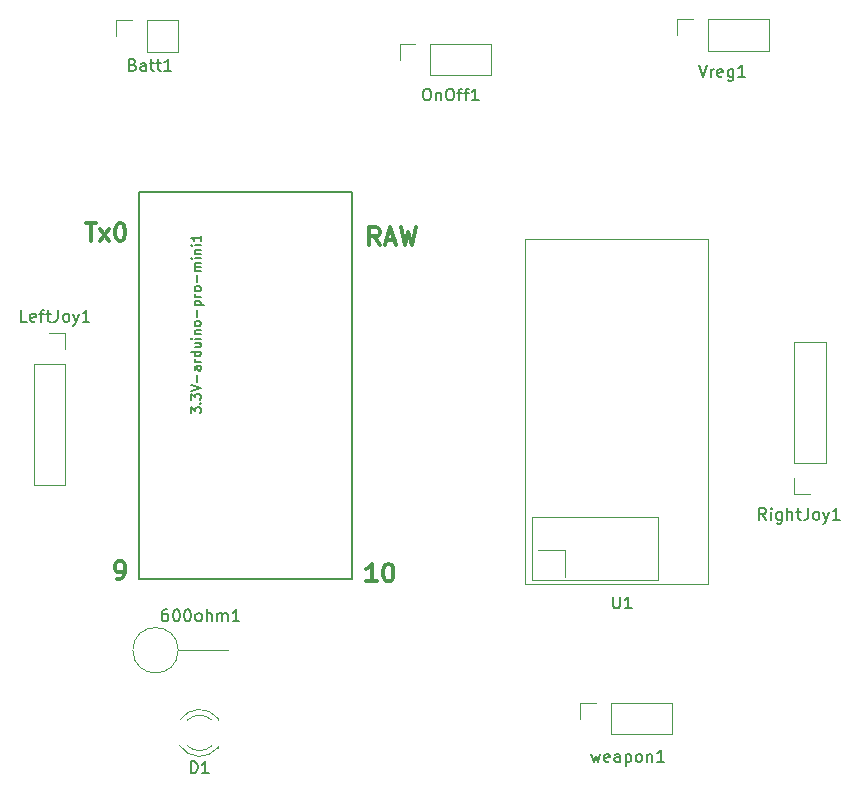
<source format=gbr>
G04 #@! TF.GenerationSoftware,KiCad,Pcbnew,5.1.2*
G04 #@! TF.CreationDate,2019-11-12T08:09:17-05:00*
G04 #@! TF.ProjectId,VS_robot_controller,56535f72-6f62-46f7-945f-636f6e74726f,rev?*
G04 #@! TF.SameCoordinates,Original*
G04 #@! TF.FileFunction,Legend,Top*
G04 #@! TF.FilePolarity,Positive*
%FSLAX46Y46*%
G04 Gerber Fmt 4.6, Leading zero omitted, Abs format (unit mm)*
G04 Created by KiCad (PCBNEW 5.1.2) date 2019-11-12 08:09:17*
%MOMM*%
%LPD*%
G04 APERTURE LIST*
%ADD10C,0.300000*%
%ADD11C,0.120000*%
%ADD12C,0.150000*%
%ADD13C,0.160000*%
G04 APERTURE END LIST*
D10*
X176575000Y-59853571D02*
X177432142Y-59853571D01*
X177003571Y-61353571D02*
X177003571Y-59853571D01*
X177789285Y-61353571D02*
X178575000Y-60353571D01*
X177789285Y-60353571D02*
X178575000Y-61353571D01*
X179432142Y-59853571D02*
X179575000Y-59853571D01*
X179717857Y-59925000D01*
X179789285Y-59996428D01*
X179860714Y-60139285D01*
X179932142Y-60425000D01*
X179932142Y-60782142D01*
X179860714Y-61067857D01*
X179789285Y-61210714D01*
X179717857Y-61282142D01*
X179575000Y-61353571D01*
X179432142Y-61353571D01*
X179289285Y-61282142D01*
X179217857Y-61210714D01*
X179146428Y-61067857D01*
X179075000Y-60782142D01*
X179075000Y-60425000D01*
X179146428Y-60139285D01*
X179217857Y-59996428D01*
X179289285Y-59925000D01*
X179432142Y-59853571D01*
X179214285Y-89978571D02*
X179500000Y-89978571D01*
X179642857Y-89907142D01*
X179714285Y-89835714D01*
X179857142Y-89621428D01*
X179928571Y-89335714D01*
X179928571Y-88764285D01*
X179857142Y-88621428D01*
X179785714Y-88550000D01*
X179642857Y-88478571D01*
X179357142Y-88478571D01*
X179214285Y-88550000D01*
X179142857Y-88621428D01*
X179071428Y-88764285D01*
X179071428Y-89121428D01*
X179142857Y-89264285D01*
X179214285Y-89335714D01*
X179357142Y-89407142D01*
X179642857Y-89407142D01*
X179785714Y-89335714D01*
X179857142Y-89264285D01*
X179928571Y-89121428D01*
X201214285Y-90178571D02*
X200357142Y-90178571D01*
X200785714Y-90178571D02*
X200785714Y-88678571D01*
X200642857Y-88892857D01*
X200500000Y-89035714D01*
X200357142Y-89107142D01*
X202142857Y-88678571D02*
X202285714Y-88678571D01*
X202428571Y-88750000D01*
X202500000Y-88821428D01*
X202571428Y-88964285D01*
X202642857Y-89250000D01*
X202642857Y-89607142D01*
X202571428Y-89892857D01*
X202500000Y-90035714D01*
X202428571Y-90107142D01*
X202285714Y-90178571D01*
X202142857Y-90178571D01*
X202000000Y-90107142D01*
X201928571Y-90035714D01*
X201857142Y-89892857D01*
X201785714Y-89607142D01*
X201785714Y-89250000D01*
X201857142Y-88964285D01*
X201928571Y-88821428D01*
X202000000Y-88750000D01*
X202142857Y-88678571D01*
X201464285Y-61678571D02*
X200964285Y-60964285D01*
X200607142Y-61678571D02*
X200607142Y-60178571D01*
X201178571Y-60178571D01*
X201321428Y-60250000D01*
X201392857Y-60321428D01*
X201464285Y-60464285D01*
X201464285Y-60678571D01*
X201392857Y-60821428D01*
X201321428Y-60892857D01*
X201178571Y-60964285D01*
X200607142Y-60964285D01*
X202035714Y-61250000D02*
X202750000Y-61250000D01*
X201892857Y-61678571D02*
X202392857Y-60178571D01*
X202892857Y-61678571D01*
X203250000Y-60178571D02*
X203607142Y-61678571D01*
X203892857Y-60607142D01*
X204178571Y-61678571D01*
X204535714Y-60178571D01*
D11*
X214376000Y-90070000D02*
X214376000Y-84736000D01*
X214376000Y-84736000D02*
X225044000Y-84736000D01*
X225044000Y-84736000D02*
X225044000Y-90070000D01*
X225044000Y-90070000D02*
X225044000Y-90070000D01*
X214884000Y-87530000D02*
X217170000Y-87530000D01*
X217170000Y-87530000D02*
X217170000Y-89816000D01*
X217170000Y-89816000D02*
X217170000Y-89816000D01*
X213800000Y-90400000D02*
X213800000Y-61200000D01*
X213800000Y-61200000D02*
X229250000Y-61200000D01*
X229250000Y-61200000D02*
X229250000Y-90400000D01*
X229250000Y-90400000D02*
X213800000Y-90400000D01*
X213800000Y-90400000D02*
X213800000Y-90400000D01*
X225044000Y-90070000D02*
X214376000Y-90070000D01*
X214376000Y-90070000D02*
X214376000Y-90070000D01*
X237900000Y-82730000D02*
X236570000Y-82730000D01*
X236570000Y-82730000D02*
X236570000Y-81400000D01*
X236570000Y-80130000D02*
X236570000Y-69910000D01*
X239230000Y-69910000D02*
X236570000Y-69910000D01*
X239230000Y-80130000D02*
X239230000Y-69910000D01*
X239230000Y-80130000D02*
X236570000Y-80130000D01*
X184557665Y-104078608D02*
G75*
G03X187790000Y-104235516I1672335J1078608D01*
G01*
X184557665Y-101921392D02*
G75*
G02X187790000Y-101764484I1672335J-1078608D01*
G01*
X185188870Y-104079837D02*
G75*
G03X187270961Y-104080000I1041130J1079837D01*
G01*
X185188870Y-101920163D02*
G75*
G02X187270961Y-101920000I1041130J-1079837D01*
G01*
X187790000Y-104236000D02*
X187790000Y-104080000D01*
X187790000Y-101920000D02*
X187790000Y-101764000D01*
X172170000Y-71770000D02*
X174830000Y-71770000D01*
X172170000Y-71770000D02*
X172170000Y-81990000D01*
X172170000Y-81990000D02*
X174830000Y-81990000D01*
X174830000Y-71770000D02*
X174830000Y-81990000D01*
X174830000Y-69170000D02*
X174830000Y-70500000D01*
X173500000Y-69170000D02*
X174830000Y-69170000D01*
X229270000Y-45230000D02*
X229270000Y-42570000D01*
X229270000Y-45230000D02*
X234410000Y-45230000D01*
X234410000Y-45230000D02*
X234410000Y-42570000D01*
X229270000Y-42570000D02*
X234410000Y-42570000D01*
X226670000Y-42570000D02*
X228000000Y-42570000D01*
X226670000Y-43900000D02*
X226670000Y-42570000D01*
X184420000Y-96000000D02*
G75*
G03X184420000Y-96000000I-1920000J0D01*
G01*
X184420000Y-96000000D02*
X188620000Y-96000000D01*
X205770000Y-47330000D02*
X205770000Y-44670000D01*
X205770000Y-47330000D02*
X210910000Y-47330000D01*
X210910000Y-47330000D02*
X210910000Y-44670000D01*
X205770000Y-44670000D02*
X210910000Y-44670000D01*
X203170000Y-44670000D02*
X204500000Y-44670000D01*
X203170000Y-46000000D02*
X203170000Y-44670000D01*
X218470000Y-101800000D02*
X218470000Y-100470000D01*
X218470000Y-100470000D02*
X219800000Y-100470000D01*
X221070000Y-100470000D02*
X226210000Y-100470000D01*
X226210000Y-103130000D02*
X226210000Y-100470000D01*
X221070000Y-103130000D02*
X226210000Y-103130000D01*
X221070000Y-103130000D02*
X221070000Y-100470000D01*
X181770000Y-45330000D02*
X181770000Y-42670000D01*
X181770000Y-45330000D02*
X184370000Y-45330000D01*
X184370000Y-45330000D02*
X184370000Y-42670000D01*
X181770000Y-42670000D02*
X184370000Y-42670000D01*
X179170000Y-42670000D02*
X180500000Y-42670000D01*
X179170000Y-44000000D02*
X179170000Y-42670000D01*
D12*
X181131000Y-89965000D02*
X199165000Y-89965000D01*
X199165000Y-57199000D02*
X181131000Y-57199000D01*
X181131000Y-89965000D02*
X181131000Y-57199000D01*
X199165000Y-57199000D02*
X199165000Y-89965000D01*
X221238095Y-91452380D02*
X221238095Y-92261904D01*
X221285714Y-92357142D01*
X221333333Y-92404761D01*
X221428571Y-92452380D01*
X221619047Y-92452380D01*
X221714285Y-92404761D01*
X221761904Y-92357142D01*
X221809523Y-92261904D01*
X221809523Y-91452380D01*
X222809523Y-92452380D02*
X222238095Y-92452380D01*
X222523809Y-92452380D02*
X222523809Y-91452380D01*
X222428571Y-91595238D01*
X222333333Y-91690476D01*
X222238095Y-91738095D01*
X234190476Y-84952380D02*
X233857142Y-84476190D01*
X233619047Y-84952380D02*
X233619047Y-83952380D01*
X234000000Y-83952380D01*
X234095238Y-84000000D01*
X234142857Y-84047619D01*
X234190476Y-84142857D01*
X234190476Y-84285714D01*
X234142857Y-84380952D01*
X234095238Y-84428571D01*
X234000000Y-84476190D01*
X233619047Y-84476190D01*
X234619047Y-84952380D02*
X234619047Y-84285714D01*
X234619047Y-83952380D02*
X234571428Y-84000000D01*
X234619047Y-84047619D01*
X234666666Y-84000000D01*
X234619047Y-83952380D01*
X234619047Y-84047619D01*
X235523809Y-84285714D02*
X235523809Y-85095238D01*
X235476190Y-85190476D01*
X235428571Y-85238095D01*
X235333333Y-85285714D01*
X235190476Y-85285714D01*
X235095238Y-85238095D01*
X235523809Y-84904761D02*
X235428571Y-84952380D01*
X235238095Y-84952380D01*
X235142857Y-84904761D01*
X235095238Y-84857142D01*
X235047619Y-84761904D01*
X235047619Y-84476190D01*
X235095238Y-84380952D01*
X235142857Y-84333333D01*
X235238095Y-84285714D01*
X235428571Y-84285714D01*
X235523809Y-84333333D01*
X236000000Y-84952380D02*
X236000000Y-83952380D01*
X236428571Y-84952380D02*
X236428571Y-84428571D01*
X236380952Y-84333333D01*
X236285714Y-84285714D01*
X236142857Y-84285714D01*
X236047619Y-84333333D01*
X236000000Y-84380952D01*
X236761904Y-84285714D02*
X237142857Y-84285714D01*
X236904761Y-83952380D02*
X236904761Y-84809523D01*
X236952380Y-84904761D01*
X237047619Y-84952380D01*
X237142857Y-84952380D01*
X237761904Y-83952380D02*
X237761904Y-84666666D01*
X237714285Y-84809523D01*
X237619047Y-84904761D01*
X237476190Y-84952380D01*
X237380952Y-84952380D01*
X238380952Y-84952380D02*
X238285714Y-84904761D01*
X238238095Y-84857142D01*
X238190476Y-84761904D01*
X238190476Y-84476190D01*
X238238095Y-84380952D01*
X238285714Y-84333333D01*
X238380952Y-84285714D01*
X238523809Y-84285714D01*
X238619047Y-84333333D01*
X238666666Y-84380952D01*
X238714285Y-84476190D01*
X238714285Y-84761904D01*
X238666666Y-84857142D01*
X238619047Y-84904761D01*
X238523809Y-84952380D01*
X238380952Y-84952380D01*
X239047619Y-84285714D02*
X239285714Y-84952380D01*
X239523809Y-84285714D02*
X239285714Y-84952380D01*
X239190476Y-85190476D01*
X239142857Y-85238095D01*
X239047619Y-85285714D01*
X240428571Y-84952380D02*
X239857142Y-84952380D01*
X240142857Y-84952380D02*
X240142857Y-83952380D01*
X240047619Y-84095238D01*
X239952380Y-84190476D01*
X239857142Y-84238095D01*
X185491904Y-106412380D02*
X185491904Y-105412380D01*
X185730000Y-105412380D01*
X185872857Y-105460000D01*
X185968095Y-105555238D01*
X186015714Y-105650476D01*
X186063333Y-105840952D01*
X186063333Y-105983809D01*
X186015714Y-106174285D01*
X185968095Y-106269523D01*
X185872857Y-106364761D01*
X185730000Y-106412380D01*
X185491904Y-106412380D01*
X187015714Y-106412380D02*
X186444285Y-106412380D01*
X186730000Y-106412380D02*
X186730000Y-105412380D01*
X186634761Y-105555238D01*
X186539523Y-105650476D01*
X186444285Y-105698095D01*
X171619047Y-68182380D02*
X171142857Y-68182380D01*
X171142857Y-67182380D01*
X172333333Y-68134761D02*
X172238095Y-68182380D01*
X172047619Y-68182380D01*
X171952380Y-68134761D01*
X171904761Y-68039523D01*
X171904761Y-67658571D01*
X171952380Y-67563333D01*
X172047619Y-67515714D01*
X172238095Y-67515714D01*
X172333333Y-67563333D01*
X172380952Y-67658571D01*
X172380952Y-67753809D01*
X171904761Y-67849047D01*
X172666666Y-67515714D02*
X173047619Y-67515714D01*
X172809523Y-68182380D02*
X172809523Y-67325238D01*
X172857142Y-67230000D01*
X172952380Y-67182380D01*
X173047619Y-67182380D01*
X173238095Y-67515714D02*
X173619047Y-67515714D01*
X173380952Y-67182380D02*
X173380952Y-68039523D01*
X173428571Y-68134761D01*
X173523809Y-68182380D01*
X173619047Y-68182380D01*
X174238095Y-67182380D02*
X174238095Y-67896666D01*
X174190476Y-68039523D01*
X174095238Y-68134761D01*
X173952380Y-68182380D01*
X173857142Y-68182380D01*
X174857142Y-68182380D02*
X174761904Y-68134761D01*
X174714285Y-68087142D01*
X174666666Y-67991904D01*
X174666666Y-67706190D01*
X174714285Y-67610952D01*
X174761904Y-67563333D01*
X174857142Y-67515714D01*
X175000000Y-67515714D01*
X175095238Y-67563333D01*
X175142857Y-67610952D01*
X175190476Y-67706190D01*
X175190476Y-67991904D01*
X175142857Y-68087142D01*
X175095238Y-68134761D01*
X175000000Y-68182380D01*
X174857142Y-68182380D01*
X175523809Y-67515714D02*
X175761904Y-68182380D01*
X176000000Y-67515714D02*
X175761904Y-68182380D01*
X175666666Y-68420476D01*
X175619047Y-68468095D01*
X175523809Y-68515714D01*
X176904761Y-68182380D02*
X176333333Y-68182380D01*
X176619047Y-68182380D02*
X176619047Y-67182380D01*
X176523809Y-67325238D01*
X176428571Y-67420476D01*
X176333333Y-67468095D01*
X228500000Y-46452380D02*
X228833333Y-47452380D01*
X229166666Y-46452380D01*
X229500000Y-47452380D02*
X229500000Y-46785714D01*
X229500000Y-46976190D02*
X229547619Y-46880952D01*
X229595238Y-46833333D01*
X229690476Y-46785714D01*
X229785714Y-46785714D01*
X230500000Y-47404761D02*
X230404761Y-47452380D01*
X230214285Y-47452380D01*
X230119047Y-47404761D01*
X230071428Y-47309523D01*
X230071428Y-46928571D01*
X230119047Y-46833333D01*
X230214285Y-46785714D01*
X230404761Y-46785714D01*
X230500000Y-46833333D01*
X230547619Y-46928571D01*
X230547619Y-47023809D01*
X230071428Y-47119047D01*
X231404761Y-46785714D02*
X231404761Y-47595238D01*
X231357142Y-47690476D01*
X231309523Y-47738095D01*
X231214285Y-47785714D01*
X231071428Y-47785714D01*
X230976190Y-47738095D01*
X231404761Y-47404761D02*
X231309523Y-47452380D01*
X231119047Y-47452380D01*
X231023809Y-47404761D01*
X230976190Y-47357142D01*
X230928571Y-47261904D01*
X230928571Y-46976190D01*
X230976190Y-46880952D01*
X231023809Y-46833333D01*
X231119047Y-46785714D01*
X231309523Y-46785714D01*
X231404761Y-46833333D01*
X232404761Y-47452380D02*
X231833333Y-47452380D01*
X232119047Y-47452380D02*
X232119047Y-46452380D01*
X232023809Y-46595238D01*
X231928571Y-46690476D01*
X231833333Y-46738095D01*
X183500476Y-92532380D02*
X183310000Y-92532380D01*
X183214761Y-92580000D01*
X183167142Y-92627619D01*
X183071904Y-92770476D01*
X183024285Y-92960952D01*
X183024285Y-93341904D01*
X183071904Y-93437142D01*
X183119523Y-93484761D01*
X183214761Y-93532380D01*
X183405238Y-93532380D01*
X183500476Y-93484761D01*
X183548095Y-93437142D01*
X183595714Y-93341904D01*
X183595714Y-93103809D01*
X183548095Y-93008571D01*
X183500476Y-92960952D01*
X183405238Y-92913333D01*
X183214761Y-92913333D01*
X183119523Y-92960952D01*
X183071904Y-93008571D01*
X183024285Y-93103809D01*
X184214761Y-92532380D02*
X184310000Y-92532380D01*
X184405238Y-92580000D01*
X184452857Y-92627619D01*
X184500476Y-92722857D01*
X184548095Y-92913333D01*
X184548095Y-93151428D01*
X184500476Y-93341904D01*
X184452857Y-93437142D01*
X184405238Y-93484761D01*
X184310000Y-93532380D01*
X184214761Y-93532380D01*
X184119523Y-93484761D01*
X184071904Y-93437142D01*
X184024285Y-93341904D01*
X183976666Y-93151428D01*
X183976666Y-92913333D01*
X184024285Y-92722857D01*
X184071904Y-92627619D01*
X184119523Y-92580000D01*
X184214761Y-92532380D01*
X185167142Y-92532380D02*
X185262380Y-92532380D01*
X185357619Y-92580000D01*
X185405238Y-92627619D01*
X185452857Y-92722857D01*
X185500476Y-92913333D01*
X185500476Y-93151428D01*
X185452857Y-93341904D01*
X185405238Y-93437142D01*
X185357619Y-93484761D01*
X185262380Y-93532380D01*
X185167142Y-93532380D01*
X185071904Y-93484761D01*
X185024285Y-93437142D01*
X184976666Y-93341904D01*
X184929047Y-93151428D01*
X184929047Y-92913333D01*
X184976666Y-92722857D01*
X185024285Y-92627619D01*
X185071904Y-92580000D01*
X185167142Y-92532380D01*
X186071904Y-93532380D02*
X185976666Y-93484761D01*
X185929047Y-93437142D01*
X185881428Y-93341904D01*
X185881428Y-93056190D01*
X185929047Y-92960952D01*
X185976666Y-92913333D01*
X186071904Y-92865714D01*
X186214761Y-92865714D01*
X186310000Y-92913333D01*
X186357619Y-92960952D01*
X186405238Y-93056190D01*
X186405238Y-93341904D01*
X186357619Y-93437142D01*
X186310000Y-93484761D01*
X186214761Y-93532380D01*
X186071904Y-93532380D01*
X186833809Y-93532380D02*
X186833809Y-92532380D01*
X187262380Y-93532380D02*
X187262380Y-93008571D01*
X187214761Y-92913333D01*
X187119523Y-92865714D01*
X186976666Y-92865714D01*
X186881428Y-92913333D01*
X186833809Y-92960952D01*
X187738571Y-93532380D02*
X187738571Y-92865714D01*
X187738571Y-92960952D02*
X187786190Y-92913333D01*
X187881428Y-92865714D01*
X188024285Y-92865714D01*
X188119523Y-92913333D01*
X188167142Y-93008571D01*
X188167142Y-93532380D01*
X188167142Y-93008571D02*
X188214761Y-92913333D01*
X188310000Y-92865714D01*
X188452857Y-92865714D01*
X188548095Y-92913333D01*
X188595714Y-93008571D01*
X188595714Y-93532380D01*
X189595714Y-93532380D02*
X189024285Y-93532380D01*
X189310000Y-93532380D02*
X189310000Y-92532380D01*
X189214761Y-92675238D01*
X189119523Y-92770476D01*
X189024285Y-92818095D01*
X205380952Y-48452380D02*
X205571428Y-48452380D01*
X205666666Y-48500000D01*
X205761904Y-48595238D01*
X205809523Y-48785714D01*
X205809523Y-49119047D01*
X205761904Y-49309523D01*
X205666666Y-49404761D01*
X205571428Y-49452380D01*
X205380952Y-49452380D01*
X205285714Y-49404761D01*
X205190476Y-49309523D01*
X205142857Y-49119047D01*
X205142857Y-48785714D01*
X205190476Y-48595238D01*
X205285714Y-48500000D01*
X205380952Y-48452380D01*
X206238095Y-48785714D02*
X206238095Y-49452380D01*
X206238095Y-48880952D02*
X206285714Y-48833333D01*
X206380952Y-48785714D01*
X206523809Y-48785714D01*
X206619047Y-48833333D01*
X206666666Y-48928571D01*
X206666666Y-49452380D01*
X207333333Y-48452380D02*
X207523809Y-48452380D01*
X207619047Y-48500000D01*
X207714285Y-48595238D01*
X207761904Y-48785714D01*
X207761904Y-49119047D01*
X207714285Y-49309523D01*
X207619047Y-49404761D01*
X207523809Y-49452380D01*
X207333333Y-49452380D01*
X207238095Y-49404761D01*
X207142857Y-49309523D01*
X207095238Y-49119047D01*
X207095238Y-48785714D01*
X207142857Y-48595238D01*
X207238095Y-48500000D01*
X207333333Y-48452380D01*
X208047619Y-48785714D02*
X208428571Y-48785714D01*
X208190476Y-49452380D02*
X208190476Y-48595238D01*
X208238095Y-48500000D01*
X208333333Y-48452380D01*
X208428571Y-48452380D01*
X208619047Y-48785714D02*
X209000000Y-48785714D01*
X208761904Y-49452380D02*
X208761904Y-48595238D01*
X208809523Y-48500000D01*
X208904761Y-48452380D01*
X209000000Y-48452380D01*
X209857142Y-49452380D02*
X209285714Y-49452380D01*
X209571428Y-49452380D02*
X209571428Y-48452380D01*
X209476190Y-48595238D01*
X209380952Y-48690476D01*
X209285714Y-48738095D01*
X219404761Y-104785714D02*
X219595238Y-105452380D01*
X219785714Y-104976190D01*
X219976190Y-105452380D01*
X220166666Y-104785714D01*
X220928571Y-105404761D02*
X220833333Y-105452380D01*
X220642857Y-105452380D01*
X220547619Y-105404761D01*
X220500000Y-105309523D01*
X220500000Y-104928571D01*
X220547619Y-104833333D01*
X220642857Y-104785714D01*
X220833333Y-104785714D01*
X220928571Y-104833333D01*
X220976190Y-104928571D01*
X220976190Y-105023809D01*
X220500000Y-105119047D01*
X221833333Y-105452380D02*
X221833333Y-104928571D01*
X221785714Y-104833333D01*
X221690476Y-104785714D01*
X221500000Y-104785714D01*
X221404761Y-104833333D01*
X221833333Y-105404761D02*
X221738095Y-105452380D01*
X221500000Y-105452380D01*
X221404761Y-105404761D01*
X221357142Y-105309523D01*
X221357142Y-105214285D01*
X221404761Y-105119047D01*
X221500000Y-105071428D01*
X221738095Y-105071428D01*
X221833333Y-105023809D01*
X222309523Y-104785714D02*
X222309523Y-105785714D01*
X222309523Y-104833333D02*
X222404761Y-104785714D01*
X222595238Y-104785714D01*
X222690476Y-104833333D01*
X222738095Y-104880952D01*
X222785714Y-104976190D01*
X222785714Y-105261904D01*
X222738095Y-105357142D01*
X222690476Y-105404761D01*
X222595238Y-105452380D01*
X222404761Y-105452380D01*
X222309523Y-105404761D01*
X223357142Y-105452380D02*
X223261904Y-105404761D01*
X223214285Y-105357142D01*
X223166666Y-105261904D01*
X223166666Y-104976190D01*
X223214285Y-104880952D01*
X223261904Y-104833333D01*
X223357142Y-104785714D01*
X223500000Y-104785714D01*
X223595238Y-104833333D01*
X223642857Y-104880952D01*
X223690476Y-104976190D01*
X223690476Y-105261904D01*
X223642857Y-105357142D01*
X223595238Y-105404761D01*
X223500000Y-105452380D01*
X223357142Y-105452380D01*
X224119047Y-104785714D02*
X224119047Y-105452380D01*
X224119047Y-104880952D02*
X224166666Y-104833333D01*
X224261904Y-104785714D01*
X224404761Y-104785714D01*
X224500000Y-104833333D01*
X224547619Y-104928571D01*
X224547619Y-105452380D01*
X225547619Y-105452380D02*
X224976190Y-105452380D01*
X225261904Y-105452380D02*
X225261904Y-104452380D01*
X225166666Y-104595238D01*
X225071428Y-104690476D01*
X224976190Y-104738095D01*
X180571428Y-46428571D02*
X180714285Y-46476190D01*
X180761904Y-46523809D01*
X180809523Y-46619047D01*
X180809523Y-46761904D01*
X180761904Y-46857142D01*
X180714285Y-46904761D01*
X180619047Y-46952380D01*
X180238095Y-46952380D01*
X180238095Y-45952380D01*
X180571428Y-45952380D01*
X180666666Y-46000000D01*
X180714285Y-46047619D01*
X180761904Y-46142857D01*
X180761904Y-46238095D01*
X180714285Y-46333333D01*
X180666666Y-46380952D01*
X180571428Y-46428571D01*
X180238095Y-46428571D01*
X181666666Y-46952380D02*
X181666666Y-46428571D01*
X181619047Y-46333333D01*
X181523809Y-46285714D01*
X181333333Y-46285714D01*
X181238095Y-46333333D01*
X181666666Y-46904761D02*
X181571428Y-46952380D01*
X181333333Y-46952380D01*
X181238095Y-46904761D01*
X181190476Y-46809523D01*
X181190476Y-46714285D01*
X181238095Y-46619047D01*
X181333333Y-46571428D01*
X181571428Y-46571428D01*
X181666666Y-46523809D01*
X182000000Y-46285714D02*
X182380952Y-46285714D01*
X182142857Y-45952380D02*
X182142857Y-46809523D01*
X182190476Y-46904761D01*
X182285714Y-46952380D01*
X182380952Y-46952380D01*
X182571428Y-46285714D02*
X182952380Y-46285714D01*
X182714285Y-45952380D02*
X182714285Y-46809523D01*
X182761904Y-46904761D01*
X182857142Y-46952380D01*
X182952380Y-46952380D01*
X183809523Y-46952380D02*
X183238095Y-46952380D01*
X183523809Y-46952380D02*
X183523809Y-45952380D01*
X183428571Y-46095238D01*
X183333333Y-46190476D01*
X183238095Y-46238095D01*
D13*
X185536904Y-75942857D02*
X185536904Y-75447619D01*
X185841666Y-75714285D01*
X185841666Y-75600000D01*
X185879761Y-75523809D01*
X185917857Y-75485714D01*
X185994047Y-75447619D01*
X186184523Y-75447619D01*
X186260714Y-75485714D01*
X186298809Y-75523809D01*
X186336904Y-75600000D01*
X186336904Y-75828571D01*
X186298809Y-75904761D01*
X186260714Y-75942857D01*
X186260714Y-75104761D02*
X186298809Y-75066666D01*
X186336904Y-75104761D01*
X186298809Y-75142857D01*
X186260714Y-75104761D01*
X186336904Y-75104761D01*
X185536904Y-74800000D02*
X185536904Y-74304761D01*
X185841666Y-74571428D01*
X185841666Y-74457142D01*
X185879761Y-74380952D01*
X185917857Y-74342857D01*
X185994047Y-74304761D01*
X186184523Y-74304761D01*
X186260714Y-74342857D01*
X186298809Y-74380952D01*
X186336904Y-74457142D01*
X186336904Y-74685714D01*
X186298809Y-74761904D01*
X186260714Y-74800000D01*
X185536904Y-74076190D02*
X186336904Y-73809523D01*
X185536904Y-73542857D01*
X186032142Y-73276190D02*
X186032142Y-72666666D01*
X186336904Y-71942857D02*
X185917857Y-71942857D01*
X185841666Y-71980952D01*
X185803571Y-72057142D01*
X185803571Y-72209523D01*
X185841666Y-72285714D01*
X186298809Y-71942857D02*
X186336904Y-72019047D01*
X186336904Y-72209523D01*
X186298809Y-72285714D01*
X186222619Y-72323809D01*
X186146428Y-72323809D01*
X186070238Y-72285714D01*
X186032142Y-72209523D01*
X186032142Y-72019047D01*
X185994047Y-71942857D01*
X186336904Y-71561904D02*
X185803571Y-71561904D01*
X185955952Y-71561904D02*
X185879761Y-71523809D01*
X185841666Y-71485714D01*
X185803571Y-71409523D01*
X185803571Y-71333333D01*
X186336904Y-70723809D02*
X185536904Y-70723809D01*
X186298809Y-70723809D02*
X186336904Y-70800000D01*
X186336904Y-70952380D01*
X186298809Y-71028571D01*
X186260714Y-71066666D01*
X186184523Y-71104761D01*
X185955952Y-71104761D01*
X185879761Y-71066666D01*
X185841666Y-71028571D01*
X185803571Y-70952380D01*
X185803571Y-70800000D01*
X185841666Y-70723809D01*
X185803571Y-70000000D02*
X186336904Y-70000000D01*
X185803571Y-70342857D02*
X186222619Y-70342857D01*
X186298809Y-70304761D01*
X186336904Y-70228571D01*
X186336904Y-70114285D01*
X186298809Y-70038095D01*
X186260714Y-70000000D01*
X186336904Y-69619047D02*
X185803571Y-69619047D01*
X185536904Y-69619047D02*
X185575000Y-69657142D01*
X185613095Y-69619047D01*
X185575000Y-69580952D01*
X185536904Y-69619047D01*
X185613095Y-69619047D01*
X185803571Y-69238095D02*
X186336904Y-69238095D01*
X185879761Y-69238095D02*
X185841666Y-69200000D01*
X185803571Y-69123809D01*
X185803571Y-69009523D01*
X185841666Y-68933333D01*
X185917857Y-68895238D01*
X186336904Y-68895238D01*
X186336904Y-68400000D02*
X186298809Y-68476190D01*
X186260714Y-68514285D01*
X186184523Y-68552380D01*
X185955952Y-68552380D01*
X185879761Y-68514285D01*
X185841666Y-68476190D01*
X185803571Y-68400000D01*
X185803571Y-68285714D01*
X185841666Y-68209523D01*
X185879761Y-68171428D01*
X185955952Y-68133333D01*
X186184523Y-68133333D01*
X186260714Y-68171428D01*
X186298809Y-68209523D01*
X186336904Y-68285714D01*
X186336904Y-68400000D01*
X186032142Y-67790476D02*
X186032142Y-67180952D01*
X185803571Y-66800000D02*
X186603571Y-66800000D01*
X185841666Y-66800000D02*
X185803571Y-66723809D01*
X185803571Y-66571428D01*
X185841666Y-66495238D01*
X185879761Y-66457142D01*
X185955952Y-66419047D01*
X186184523Y-66419047D01*
X186260714Y-66457142D01*
X186298809Y-66495238D01*
X186336904Y-66571428D01*
X186336904Y-66723809D01*
X186298809Y-66800000D01*
X186336904Y-66076190D02*
X185803571Y-66076190D01*
X185955952Y-66076190D02*
X185879761Y-66038095D01*
X185841666Y-66000000D01*
X185803571Y-65923809D01*
X185803571Y-65847619D01*
X186336904Y-65466666D02*
X186298809Y-65542857D01*
X186260714Y-65580952D01*
X186184523Y-65619047D01*
X185955952Y-65619047D01*
X185879761Y-65580952D01*
X185841666Y-65542857D01*
X185803571Y-65466666D01*
X185803571Y-65352380D01*
X185841666Y-65276190D01*
X185879761Y-65238095D01*
X185955952Y-65200000D01*
X186184523Y-65200000D01*
X186260714Y-65238095D01*
X186298809Y-65276190D01*
X186336904Y-65352380D01*
X186336904Y-65466666D01*
X186032142Y-64857142D02*
X186032142Y-64247619D01*
X186336904Y-63866666D02*
X185803571Y-63866666D01*
X185879761Y-63866666D02*
X185841666Y-63828571D01*
X185803571Y-63752380D01*
X185803571Y-63638095D01*
X185841666Y-63561904D01*
X185917857Y-63523809D01*
X186336904Y-63523809D01*
X185917857Y-63523809D02*
X185841666Y-63485714D01*
X185803571Y-63409523D01*
X185803571Y-63295238D01*
X185841666Y-63219047D01*
X185917857Y-63180952D01*
X186336904Y-63180952D01*
X186336904Y-62800000D02*
X185803571Y-62800000D01*
X185536904Y-62800000D02*
X185575000Y-62838095D01*
X185613095Y-62800000D01*
X185575000Y-62761904D01*
X185536904Y-62800000D01*
X185613095Y-62800000D01*
X185803571Y-62419047D02*
X186336904Y-62419047D01*
X185879761Y-62419047D02*
X185841666Y-62380952D01*
X185803571Y-62304761D01*
X185803571Y-62190476D01*
X185841666Y-62114285D01*
X185917857Y-62076190D01*
X186336904Y-62076190D01*
X186336904Y-61695238D02*
X185803571Y-61695238D01*
X185536904Y-61695238D02*
X185575000Y-61733333D01*
X185613095Y-61695238D01*
X185575000Y-61657142D01*
X185536904Y-61695238D01*
X185613095Y-61695238D01*
X186336904Y-60895238D02*
X186336904Y-61352380D01*
X186336904Y-61123809D02*
X185536904Y-61123809D01*
X185651190Y-61200000D01*
X185727380Y-61276190D01*
X185765476Y-61352380D01*
M02*

</source>
